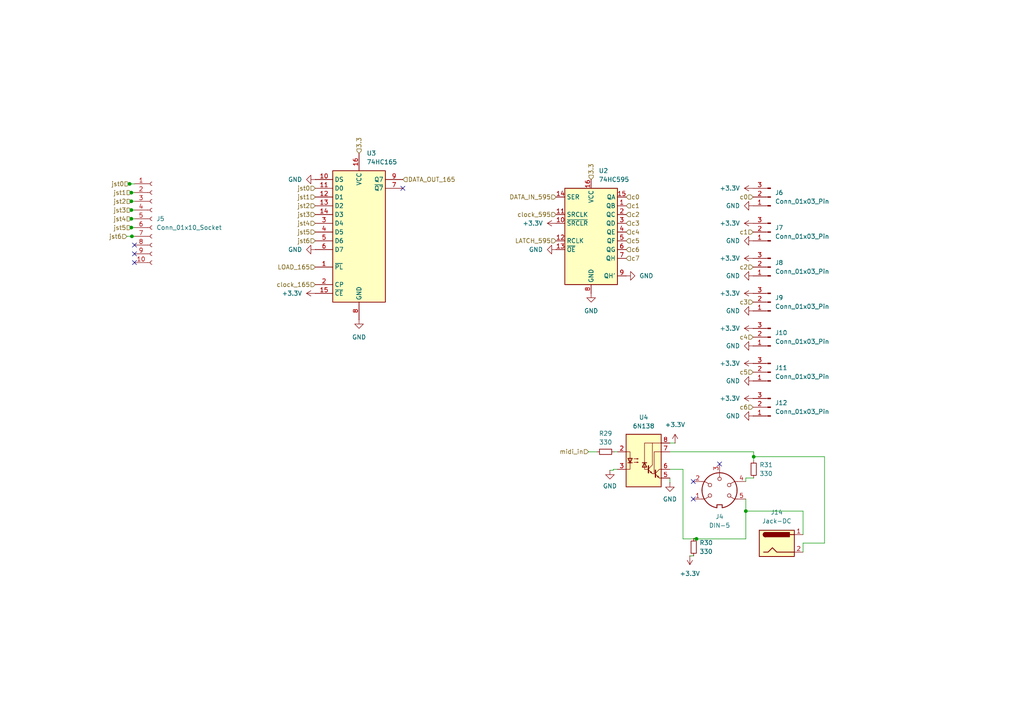
<source format=kicad_sch>
(kicad_sch (version 20231120) (generator "eeschema") (generator_version "8.0")
  (paper "A4")
  (lib_symbols
    (symbol "74xx:74HC165"
      (property "Reference" "U" (at -7.62 19.05 0))
      (property "Value" "74HC165" (at -7.62 -21.59 0))
      (symbol "74HC165_1_0"
        (pin input line (at -12.7 -10.16 0) (length 5.08) (name "~{PL}") (number "1"))
        (pin input line (at -12.7 15.24 0) (length 5.08) (name "DS") (number "10"))
        (pin input line (at -12.7 12.7 0) (length 5.08) (name "D0") (number "11"))
        (pin input line (at -12.7 10.16 0) (length 5.08) (name "D1") (number "12"))
        (pin input line (at -12.7 7.62 0) (length 5.08) (name "D2") (number "13"))
        (pin input line (at -12.7 5.08 0) (length 5.08) (name "D3") (number "14"))
        (pin input line (at -12.7 -17.78 0) (length 5.08) (name "~{CE}") (number "15"))
        (pin power_in line (at 0 22.86 270) (length 5.08) (name "VCC") (number "16"))
        (pin input line (at -12.7 -15.24 0) (length 5.08) (name "CP") (number "2"))
        (pin input line (at -12.7 2.54 0) (length 5.08) (name "D4") (number "3"))
        (pin input line (at -12.7 0 0) (length 5.08) (name "D5") (number "4"))
        (pin input line (at -12.7 -2.54 0) (length 5.08) (name "D6") (number "5"))
        (pin input line (at -12.7 -5.08 0) (length 5.08) (name "D7") (number "6"))
        (pin output line (at 12.7 12.7 180) (length 5.08) (name "~{Q7}") (number "7"))
        (pin power_in line (at 0 -25.4 90) (length 5.08) (name "GND") (number "8"))
        (pin output line (at 12.7 15.24 180) (length 5.08) (name "Q7") (number "9"))
      )
      (symbol "74HC165_1_1"
        (rectangle (start -7.62 17.78) (end 7.62 -20.32) (stroke (width 0.254)) (fill (type background)))
      )
    )
    (symbol "74xx:74HC595"
      (property "Reference" "U" (at -7.62 13.97 0))
      (property "Value" "74HC595" (at -7.62 -16.51 0))
      (symbol "74HC595_1_0"
        (pin tri_state line (at 10.16 7.62 180) (length 2.54) (name "QB") (number "1"))
        (pin input line (at -10.16 2.54 0) (length 2.54) (name "~{SRCLR}") (number "10"))
        (pin input line (at -10.16 5.08 0) (length 2.54) (name "SRCLK") (number "11"))
        (pin input line (at -10.16 -2.54 0) (length 2.54) (name "RCLK") (number "12"))
        (pin input line (at -10.16 -5.08 0) (length 2.54) (name "~{OE}") (number "13"))
        (pin input line (at -10.16 10.16 0) (length 2.54) (name "SER") (number "14"))
        (pin tri_state line (at 10.16 10.16 180) (length 2.54) (name "QA") (number "15"))
        (pin power_in line (at 0 15.24 270) (length 2.54) (name "VCC") (number "16"))
        (pin tri_state line (at 10.16 5.08 180) (length 2.54) (name "QC") (number "2"))
        (pin tri_state line (at 10.16 2.54 180) (length 2.54) (name "QD") (number "3"))
        (pin tri_state line (at 10.16 0 180) (length 2.54) (name "QE") (number "4"))
        (pin tri_state line (at 10.16 -2.54 180) (length 2.54) (name "QF") (number "5"))
        (pin tri_state line (at 10.16 -5.08 180) (length 2.54) (name "QG") (number "6"))
        (pin tri_state line (at 10.16 -7.62 180) (length 2.54) (name "QH") (number "7"))
        (pin power_in line (at 0 -17.78 90) (length 2.54) (name "GND") (number "8"))
        (pin output line (at 10.16 -12.7 180) (length 2.54) (name "QH'") (number "9"))
      )
      (symbol "74HC595_1_1"
        (rectangle (start -7.62 12.7) (end 7.62 -15.24) (stroke (width 0.254)) (fill (type background)))
      )
    )
    (symbol "Connector:Conn_01x03_Pin" (pin_names (offset 1.016) hide)
      (property "Reference" "J" (at 0 5.08 0))
      (property "Value" "Conn_01x03_Pin" (at 0 -5.08 0))
      (symbol "Conn_01x03_Pin_1_1"
        (polyline (pts (xy 1.27 -2.54) (xy 0.8636 -2.54)) (stroke (width 0.1524)))
        (polyline (pts (xy 1.27 0) (xy 0.8636 0)) (stroke (width 0.1524)))
        (polyline (pts (xy 1.27 2.54) (xy 0.8636 2.54)) (stroke (width 0.1524)))
        (rectangle (start 0.8636 -2.413) (end 0 -2.667) (stroke (width 0.1524)) (fill (type outline)))
        (rectangle (start 0.8636 0.127) (end 0 -0.127) (stroke (width 0.1524)) (fill (type outline)))
        (rectangle (start 0.8636 2.667) (end 0 2.413) (stroke (width 0.1524)) (fill (type outline)))
        (pin passive line (at 5.08 2.54 180) (length 3.81) (name "Pin_1") (number "1"))
        (pin passive line (at 5.08 0 180) (length 3.81) (name "Pin_2") (number "2"))
        (pin passive line (at 5.08 -2.54 180) (length 3.81) (name "Pin_3") (number "3"))
      )
    )
    (symbol "Connector:Conn_01x10_Socket" (pin_names (offset 1.016) hide)
      (property "Reference" "J" (at 0 12.7 0))
      (property "Value" "Conn_01x10_Socket" (at 0 -15.24 0))
      (symbol "Conn_01x10_Socket_1_1"
        (arc (start 0 -12.192) (mid -0.5058 -12.7) (end 0 -13.208) (stroke (width 0.1524)))
        (arc (start 0 -9.652) (mid -0.5058 -10.16) (end 0 -10.668) (stroke (width 0.1524)))
        (arc (start 0 -7.112) (mid -0.5058 -7.62) (end 0 -8.128) (stroke (width 0.1524)))
        (arc (start 0 -4.572) (mid -0.5058 -5.08) (end 0 -5.588) (stroke (width 0.1524)))
        (arc (start 0 -2.032) (mid -0.5058 -2.54) (end 0 -3.048) (stroke (width 0.1524)))
        (polyline (pts (xy -1.27 -12.7) (xy -0.508 -12.7)) (stroke (width 0.1524)))
        (polyline (pts (xy -1.27 -10.16) (xy -0.508 -10.16)) (stroke (width 0.1524)))
        (polyline (pts (xy -1.27 -7.62) (xy -0.508 -7.62)) (stroke (width 0.1524)))
        (polyline (pts (xy -1.27 -5.08) (xy -0.508 -5.08)) (stroke (width 0.1524)))
        (polyline (pts (xy -1.27 -2.54) (xy -0.508 -2.54)) (stroke (width 0.1524)))
        (polyline (pts (xy -1.27 0) (xy -0.508 0)) (stroke (width 0.1524)))
        (polyline (pts (xy -1.27 2.54) (xy -0.508 2.54)) (stroke (width 0.1524)))
        (polyline (pts (xy -1.27 5.08) (xy -0.508 5.08)) (stroke (width 0.1524)))
        (polyline (pts (xy -1.27 7.62) (xy -0.508 7.62)) (stroke (width 0.1524)))
        (polyline (pts (xy -1.27 10.16) (xy -0.508 10.16)) (stroke (width 0.1524)))
        (arc (start 0 0.508) (mid -0.5058 0) (end 0 -0.508) (stroke (width 0.1524)))
        (arc (start 0 3.048) (mid -0.5058 2.54) (end 0 2.032) (stroke (width 0.1524)))
        (arc (start 0 5.588) (mid -0.5058 5.08) (end 0 4.572) (stroke (width 0.1524)))
        (arc (start 0 8.128) (mid -0.5058 7.62) (end 0 7.112) (stroke (width 0.1524)))
        (arc (start 0 10.668) (mid -0.5058 10.16) (end 0 9.652) (stroke (width 0.1524)))
        (pin passive line (at -5.08 10.16 0) (length 3.81) (name "Pin_1") (number "1"))
        (pin passive line (at -5.08 -12.7 0) (length 3.81) (name "Pin_10") (number "10"))
        (pin passive line (at -5.08 7.62 0) (length 3.81) (name "Pin_2") (number "2"))
        (pin passive line (at -5.08 5.08 0) (length 3.81) (name "Pin_3") (number "3"))
        (pin passive line (at -5.08 2.54 0) (length 3.81) (name "Pin_4") (number "4"))
        (pin passive line (at -5.08 0 0) (length 3.81) (name "Pin_5") (number "5"))
        (pin passive line (at -5.08 -2.54 0) (length 3.81) (name "Pin_6") (number "6"))
        (pin passive line (at -5.08 -5.08 0) (length 3.81) (name "Pin_7") (number "7"))
        (pin passive line (at -5.08 -7.62 0) (length 3.81) (name "Pin_8") (number "8"))
        (pin passive line (at -5.08 -10.16 0) (length 3.81) (name "Pin_9") (number "9"))
      )
    )
    (symbol "Connector:DIN-5" (pin_names (offset 1.016))
      (property "Reference" "J" (at 3.175 5.715 0))
      (property "Value" "DIN-5" (at 0 -6.35 0))
      (symbol "DIN-5_0_1"
        (arc (start -5.08 0) (mid -3.8609 -3.3364) (end -0.762 -5.08) (stroke (width 0.254)))
        (circle (center -2.794 -1.524) (radius 0.508))
        (circle (center -2.794 1.524) (radius 0.508))
        (polyline (pts (xy 0 5.08) (xy 0 3.81)))
        (polyline (pts (xy -5.08 -2.54) (xy -4.318 -2.54) (xy -3.175 -1.905)))
        (polyline (pts (xy -5.08 2.54) (xy -4.318 2.54) (xy -3.175 1.905)))
        (polyline (pts (xy 5.08 -2.54) (xy 4.318 -2.54) (xy 3.175 -1.905)))
        (polyline (pts (xy 5.08 2.54) (xy 4.318 2.54) (xy 3.175 1.905)))
        (polyline (pts (xy -0.762 -4.953) (xy -0.762 -4.191) (xy 0.762 -4.191) (xy 0.762 -4.953)) (stroke (width 0.254)))
        (circle (center 0 3.302) (radius 0.508))
        (arc (start 0.762 -5.08) (mid 3.8685 -3.343) (end 5.08 0) (stroke (width 0.254)))
        (circle (center 2.794 -1.524) (radius 0.508))
        (circle (center 2.794 1.524) (radius 0.508))
        (arc (start 5.08 0) (mid 0 5.0579) (end -5.08 0) (stroke (width 0.254)))
      )
      (symbol "DIN-5_1_1"
        (pin passive line (at -7.62 -2.54 0) (length 2.54) (name "~") (number "1"))
        (pin passive line (at -7.62 2.54 0) (length 2.54) (name "~") (number "2"))
        (pin passive line (at 0 7.62 270) (length 2.54) (name "~") (number "3"))
        (pin passive line (at 7.62 2.54 180) (length 2.54) (name "~") (number "4"))
        (pin passive line (at 7.62 -2.54 180) (length 2.54) (name "~") (number "5"))
      )
    )
    (symbol "Connector:Jack-DC" (pin_names (offset 1.016))
      (property "Reference" "J" (at 0 5.334 0))
      (property "Value" "Jack-DC" (at 0 -5.08 0))
      (symbol "Jack-DC_0_1"
        (rectangle (start -5.08 3.81) (end 5.08 -3.81) (stroke (width 0.254)) (fill (type background)))
        (arc (start -3.302 3.175) (mid -3.9343 2.54) (end -3.302 1.905) (stroke (width 0.254)))
        (arc (start -3.302 3.175) (mid -3.9343 2.54) (end -3.302 1.905) (stroke (width 0.254)) (fill (type outline)))
        (polyline (pts (xy 5.08 2.54) (xy 3.81 2.54)) (stroke (width 0.254)))
        (polyline (pts (xy -3.81 -2.54) (xy -2.54 -2.54) (xy -1.27 -1.27) (xy 0 -2.54) (xy 2.54 -2.54) (xy 5.08 -2.54)) (stroke (width 0.254)))
        (rectangle (start 3.683 3.175) (end -3.302 1.905) (stroke (width 0.254)) (fill (type outline)))
      )
      (symbol "Jack-DC_1_1"
        (pin passive line (at 7.62 2.54 180) (length 2.54) (name "~") (number "1"))
        (pin passive line (at 7.62 -2.54 180) (length 2.54) (name "~") (number "2"))
      )
    )
    (symbol "Device:R_Small" (pin_numbers hide) (pin_names (offset 0.254) hide)
      (property "Reference" "R" (at 0.762 0.508 0))
      (property "Value" "R_Small" (at 0.762 -1.016 0))
      (symbol "R_Small_0_1"
        (rectangle (start -0.762 1.778) (end 0.762 -1.778) (stroke (width 0.2032)))
      )
      (symbol "R_Small_1_1"
        (pin passive line (at 0 2.54 270) (length 0.762) (name "~") (number "1"))
        (pin passive line (at 0 -2.54 90) (length 0.762) (name "~") (number "2"))
      )
    )
    (symbol "Isolator:6N138" (pin_names (offset 1.016) hide)
      (property "Reference" "U" (at -4.064 8.89 0))
      (property "Value" "6N138" (at 2.286 8.89 0))
      (symbol "6N138_0_1"
        (rectangle (start -5.08 7.62) (end 5.08 -7.62) (stroke (width 0.254)) (fill (type background)))
        (polyline (pts (xy -4.572 -0.635) (xy -3.302 -0.635)) (stroke (width 0.254)))
        (polyline (pts (xy 0.889 -0.635) (xy -0.381 -0.635)) (stroke (width 0.254)))
        (polyline (pts (xy 1.397 -2.667) (xy 2.54 -3.81)))
        (polyline (pts (xy 1.397 -2.413) (xy 2.54 -1.27)))
        (polyline (pts (xy 2.54 -3.81) (xy 3.175 -3.81)))
        (polyline (pts (xy 3.429 -3.937) (xy 4.572 -5.08)))
        (polyline (pts (xy 3.429 -3.683) (xy 4.572 -2.54)))
        (polyline (pts (xy 4.572 -5.08) (xy 5.08 -5.08)))
        (polyline (pts (xy 4.572 -2.54) (xy 5.08 -2.54)))
        (polyline (pts (xy 1.397 -1.524) (xy 1.397 -3.556) (xy 1.397 -3.556)) (stroke (width 0.3556)))
        (polyline (pts (xy 2.54 -1.27) (xy 2.54 5.08) (xy 5.08 5.08)))
        (polyline (pts (xy 3.429 -2.794) (xy 3.429 -4.826) (xy 3.429 -4.826)) (stroke (width 0.3556)))
        (polyline (pts (xy 5.08 2.54) (xy 3.048 2.54) (xy 3.048 -3.81)))
        (polyline (pts (xy -5.08 -2.54) (xy -3.937 -2.54) (xy -3.937 2.54) (xy -5.08 2.54)))
        (polyline (pts (xy -3.937 -0.635) (xy -4.572 0.635) (xy -3.302 0.635) (xy -3.937 -0.635)) (stroke (width 0.254)))
        (polyline (pts (xy 0.254 -0.635) (xy 0.889 -1.905) (xy -0.381 -1.905) (xy 0.254 -0.635)) (stroke (width 0.254)))
        (polyline (pts (xy 1.27 -2.54) (xy 0.254 -2.54) (xy 0.254 5.08) (xy 2.54 5.08)))
        (polyline (pts (xy 2.413 -3.683) (xy 2.159 -3.175) (xy 1.905 -3.429) (xy 2.413 -3.683)))
        (polyline (pts (xy 4.445 -4.953) (xy 4.191 -4.445) (xy 3.937 -4.699) (xy 4.445 -4.953)))
        (polyline (pts (xy -2.794 -0.508) (xy -1.524 -0.508) (xy -1.905 -0.635) (xy -1.905 -0.381) (xy -1.524 -0.508)))
        (polyline (pts (xy -2.794 0.508) (xy -1.524 0.508) (xy -1.905 0.381) (xy -1.905 0.635) (xy -1.524 0.508)))
      )
      (symbol "6N138_1_1"
        (pin no_connect line (at -5.08 5.08 0) (length 2.54) hide (name "NC") (number "1"))
        (pin passive line (at -7.62 2.54 0) (length 2.54) (name "C1") (number "2"))
        (pin passive line (at -7.62 -2.54 0) (length 2.54) (name "C2") (number "3"))
        (pin no_connect line (at -5.08 -5.08 0) (length 2.54) hide (name "NC") (number "4"))
        (pin passive line (at 7.62 -5.08 180) (length 2.54) (name "GND") (number "5"))
        (pin passive line (at 7.62 -2.54 180) (length 2.54) (name "VO2") (number "6"))
        (pin passive line (at 7.62 2.54 180) (length 2.54) (name "VO1") (number "7"))
        (pin passive line (at 7.62 5.08 180) (length 2.54) (name "VCC") (number "8"))
      )
    )
    (symbol "power:+3.3V" (power) (pin_numbers hide) (pin_names (offset 0) hide)
      (property "Value" "+3.3V" (at 0 3.556 0))
      (symbol "+3.3V_0_1"
        (polyline (pts (xy -0.762 1.27) (xy 0 2.54)))
        (polyline (pts (xy 0 0) (xy 0 2.54)))
        (polyline (pts (xy 0 2.54) (xy 0.762 1.27)))
      )
      (symbol "+3.3V_1_1"
        (pin power_in line (at 0 0 90) (length 0) (name "~") (number "1"))
      )
    )
    (symbol "power:GND" (power) (pin_numbers hide) (pin_names (offset 0) hide)
      (property "Value" "GND" (at 0 -3.81 0))
      (symbol "GND_0_1"
        (polyline (pts (xy 0 0) (xy 0 -1.27) (xy 1.27 -1.27) (xy 0 -2.54) (xy -1.27 -1.27) (xy 0 -1.27)))
      )
      (symbol "GND_1_1"
        (pin power_in line (at 0 0 270) (length 0) (name "~") (number "1"))
      )
    )
  )
  (junction (at 38.1 58.38))
  (junction (at 38.1 66))
  (junction (at 38.1 63.46))
  (junction (at 218.6 132.4626))
  (junction (at 38.26 68.54))
  (junction (at 202 156.3))
  (junction (at 38.1 55.88))
  (junction (at 37.6 53.34))
  (junction (at 216.32 148.2405))
  (junction (at 38.1 60.92))
  (no_connect (at 39 71.08))
  (no_connect (at 201.08 139.66))
  (no_connect (at 39 73.62))
  (no_connect (at 39 76.16))
  (no_connect (at 208.7 134.58))
  (no_connect (at 116.84 54.61))
  (no_connect (at 201.08 144.74))
  (wire (pts (xy 36.83 68.58) (xy 36.83 68.54)))
  (wire (pts (xy 38 63.46) (xy 38.1 63.46)))
  (wire (pts (xy 179.06 136.12) (xy 177.9 136.12)))
  (wire (pts (xy 194.3 136.12) (xy 198.1 136.12)))
  (wire (pts (xy 37.6 53.34) (xy 39 53.34)))
  (wire (pts (xy 38.1 55.88) (xy 39 55.84)))
  (wire (pts (xy 178.189 131.04) (xy 178.189 131.0479)))
  (wire (pts (xy 37.7 55.8) (xy 37.7 55.84)))
  (wire (pts (xy 232.92 148.2405) (xy 232.92 155.06)))
  (wire (pts (xy 194.3 138.66) (xy 194.3 140)))
  (wire (pts (xy 200.7 161.2) (xy 201.2 161.2)))
  (wire (pts (xy 38.1 66.04) (xy 38.1 66)))
  (wire (pts (xy 37.8 58.38) (xy 38.1 58.38)))
  (wire (pts (xy 201.2 156.16) (xy 202 156.16)))
  (wire (pts (xy 170.7 131.0479) (xy 170.7 131)))
  (wire (pts (xy 202 156.16) (xy 202 156.3)))
  (wire (pts (xy 173.109 131.0479) (xy 170.7 131.0479)))
  (wire (pts (xy 198.1 156.3) (xy 202 156.3)))
  (wire (pts (xy 218.6 133.56) (xy 218.6 132.4626)))
  (wire (pts (xy 194.3 128.5) (xy 195.8 128.5)))
  (wire (pts (xy 37.6 53.26) (xy 37.6 53.34)))
  (wire (pts (xy 38.26 68.54) (xy 39 68.54)))
  (wire (pts (xy 38.1 55.84) (xy 38.1 55.88)))
  (wire (pts (xy 232.92 157.5217) (xy 239.1444 157.5217)))
  (wire (pts (xy 177.9 136.12) (xy 177.9 136.4)))
  (wire (pts (xy 38.2 68.5) (xy 38.26 68.54)))
  (wire (pts (xy 200.0873 161.2429) (xy 200.7 161.2429)))
  (wire (pts (xy 216.32 148.2405) (xy 216.32 144.74)))
  (wire (pts (xy 38.1 63.5) (xy 38.1 63.46)))
  (wire (pts (xy 218.6 138.64) (xy 216.32 138.64)))
  (wire (pts (xy 37.9 60.92) (xy 38.1 60.92)))
  (wire (pts (xy 38.1 66) (xy 39 66)))
  (wire (pts (xy 216.32 156.3) (xy 216.32 148.2405)))
  (wire (pts (xy 200.7 161.2429) (xy 200.7 161.2)))
  (wire (pts (xy 39 53.3) (xy 39 53.34)))
  (wire (pts (xy 216.32 148.2405) (xy 232.92 148.2405)))
  (wire (pts (xy 36.83 68.54) (xy 38.26 68.54)))
  (wire (pts (xy 232.92 160.14) (xy 232.92 157.5217)))
  (wire (pts (xy 38.1 58.38) (xy 39 58.38)))
  (wire (pts (xy 36.83 53.34) (xy 37.6 53.34)))
  (wire (pts (xy 38.1 58.42) (xy 38.1 58.38)))
  (wire (pts (xy 37.8 58.34) (xy 37.8 58.38)))
  (wire (pts (xy 202 156.3) (xy 216.32 156.3)))
  (wire (pts (xy 201.2 161.2) (xy 201.2 161.24)))
  (wire (pts (xy 176.9 136.4) (xy 177.9 136.4)))
  (wire (pts (xy 38 63.42) (xy 38 63.46)))
  (wire (pts (xy 37.9 60.88) (xy 37.9 60.92)))
  (wire (pts (xy 178.189 131.04) (xy 179.06 131.04)))
  (wire (pts (xy 239.1444 157.5217) (xy 239.1444 132.4626)))
  (wire (pts (xy 216.32 138.64) (xy 216.32 139.66)))
  (wire (pts (xy 194.3 131.04) (xy 218.6 131.04)))
  (wire (pts (xy 38.1 65.96) (xy 38.1 66)))
  (wire (pts (xy 198.1 136.12) (xy 198.1 156.3)))
  (wire (pts (xy 239.1444 132.4626) (xy 218.6 132.4626)))
  (wire (pts (xy 37.7 55.84) (xy 38.1 55.88)))
  (wire (pts (xy 218.6 132.4626) (xy 218.6 131.04)))
  (wire (pts (xy 38.1 63.46) (xy 39 63.46)))
  (wire (pts (xy 38.1 60.96) (xy 38.1 60.92)))
  (wire (pts (xy 38.1 60.92) (xy 39 60.92)))
  (hierarchical_label "jst3" (shape input) (at 38.1 60.96 180))
  (hierarchical_label "midi_in" (shape input) (at 170.7 131 180))
  (hierarchical_label "jst6" (shape input) (at 91.44 69.85 180))
  (hierarchical_label "jst0" (shape input) (at 37.49 53.34 180))
  (hierarchical_label "jst4" (shape input) (at 91.44 64.77 180))
  (hierarchical_label "jst4" (shape input) (at 38.1 63.5 180))
  (hierarchical_label "DATA_IN_595" (shape input) (at 161.29 57.15 180))
  (hierarchical_label "c4" (shape input) (at 218.44 97.79 180))
  (hierarchical_label "clock_595" (shape input) (at 161.29 62.23 180))
  (hierarchical_label "c3" (shape input) (at 181.61 64.77 0))
  (hierarchical_label "c0" (shape input) (at 218.44 57.15 180))
  (hierarchical_label "c6" (shape input) (at 181.61 72.39 0))
  (hierarchical_label "c5" (shape input) (at 181.61 69.85 0))
  (hierarchical_label "c1" (shape input) (at 218.44 67.31 180))
  (hierarchical_label "c3" (shape input) (at 218.44 87.63 180))
  (hierarchical_label "c2" (shape input) (at 181.61 62.23 0))
  (hierarchical_label "jst5" (shape input) (at 38.1 66.04 180))
  (hierarchical_label "c5" (shape input) (at 218.44 107.95 180))
  (hierarchical_label "jst0" (shape input) (at 91.44 54.61 180))
  (hierarchical_label "jst3" (shape input) (at 91.44 62.23 180))
  (hierarchical_label "jst2" (shape input) (at 91.44 59.69 180))
  (hierarchical_label "jst1" (shape input) (at 38.1 55.88 180))
  (hierarchical_label "clock_165" (shape input) (at 91.44 82.55 180))
  (hierarchical_label "jst6" (shape input) (at 36.83 68.58 180))
  (hierarchical_label "jst1" (shape input) (at 91.44 57.15 180))
  (hierarchical_label "LATCH_595" (shape input) (at 161.29 69.85 180))
  (hierarchical_label "3.3" (shape input) (at 104.14 44.45 90))
  (hierarchical_label "LOAD_165" (shape input) (at 91.44 77.47 180))
  (hierarchical_label "c7" (shape input) (at 181.61 74.93 0))
  (hierarchical_label "c1" (shape input) (at 181.61 59.69 0))
  (hierarchical_label "c0" (shape input) (at 181.61 57.15 0))
  (hierarchical_label "c6" (shape input) (at 218.44 118.11 180))
  (hierarchical_label "DATA_OUT_165" (shape input) (at 116.84 52.07 0))
  (hierarchical_label "c2" (shape input) (at 218.44 77.47 180))
  (hierarchical_label "jst5" (shape input) (at 91.44 67.31 180))
  (hierarchical_label "c4" (shape input) (at 181.61 67.31 0))
  (hierarchical_label "jst2" (shape input) (at 38.1 58.42 180))
  (hierarchical_label "3.3" (shape input) (at 171.45 52.07 90))
  (symbol (lib_id "power:+3.3V") (at 218.44 95.25 90) (unit 1)
    (property "Reference" "#PWR046" (effects (hide yes)))
    (property "Value" "+3.3V" (at 214.63 95.2499 90) (effects (justify left)))
    (property "Description" "Power symbol creates a global label with name \"+3.3V\"" (effects (hide yes)))
  )
  (symbol (lib_id "power:GND") (at 91.44 52.07 270) (unit 1)
    (property "Reference" "#PWR035" (effects (hide yes)))
    (property "Value" "GND" (at 87.63 52.0699 90) (effects (justify right)))
    (property "Description" "Power symbol creates a global label with name \"GND\" , ground" (effects (hide yes)))
  )
  (symbol (lib_id "power:GND") (at 181.61 80.01 90) (unit 1)
    (property "Reference" "#PWR036" (effects (hide yes)))
    (property "Value" "GND" (at 185.42 80.0099 90) (effects (justify right)))
    (property "Description" "Power symbol creates a global label with name \"GND\" , ground" (effects (hide yes)))
  )
  (symbol (lib_id "74xx:74HC165") (at 104.14 67.31 0) (unit 1)
    (property "Reference" "U3" (at 106.3341 44.45 0) (effects (justify left)))
    (property "Value" "74HC165" (at 106.3341 46.99 0) (effects (justify left)))
    (property "Footprint" "Package_SO:SOIC-16_3.9x9.9mm_P1.27mm" (effects (hide yes)))
    (property "Datasheet" "https://assets.nexperia.com/documents/data-sheet/74HC_HCT165.pdf" (effects (hide yes)))
    (property "Description" "Shift Register, 8-bit, Parallel Load" (effects (hide yes)))
  )
  (symbol (lib_id "Connector:Conn_01x03_Pin") (at 223.52 77.47 180) (unit 1)
    (property "Reference" "J8" (at 224.79 76.1999 0) (effects (justify right)))
    (property "Value" "Conn_01x03_Pin" (at 224.79 78.7399 0) (effects (justify right)))
    (property "Footprint" "Connector_JST:JST_EH_B3B-EH-A_1x03_P2.50mm_Vertical" (effects (hide yes)))
    (property "Description" "Generic connector, single row, 01x03, script generated" (effects (hide yes)))
  )
  (symbol (lib_id "Connector:Conn_01x03_Pin") (at 223.52 118.11 180) (unit 1)
    (property "Reference" "J12" (at 224.79 116.8399 0) (effects (justify right)))
    (property "Value" "Conn_01x03_Pin" (at 224.79 119.3799 0) (effects (justify right)))
    (property "Footprint" "Connector_JST:JST_EH_B3B-EH-A_1x03_P2.50mm_Vertical" (effects (hide yes)))
    (property "Description" "Generic connector, single row, 01x03, script generated" (effects (hide yes)))
  )
  (symbol (lib_id "power:GND") (at 194.3 140 0) (unit 1)
    (property "Reference" "#PWR074" (effects (hide yes)))
    (property "Value" "GND" (at 194.3 144.78 0))
    (property "Description" "Power symbol creates a global label with name \"GND\" , ground" (effects (hide yes)))
  )
  (symbol (lib_id "Device:R_Small") (at 218.6 136.1 180) (unit 1)
    (property "Reference" "R31" (at 220.27 134.8299 0) (effects (justify right)))
    (property "Value" "330" (at 220.27 137.3699 0) (effects (justify right)))
    (property "Footprint" "Resistor_SMD:R_0402_1005Metric" (effects (hide yes)))
    (property "Description" "Resistor, small symbol" (effects (hide yes)))
  )
  (symbol (lib_id "Connector:Conn_01x03_Pin") (at 223.52 57.15 180) (unit 1)
    (property "Reference" "J6" (at 224.79 55.8799 0) (effects (justify right)))
    (property "Value" "Conn_01x03_Pin" (at 224.79 58.4199 0) (effects (justify right)))
    (property "Footprint" "Connector_JST:JST_EH_B3B-EH-A_1x03_P2.50mm_Vertical" (effects (hide yes)))
    (property "Description" "Generic connector, single row, 01x03, script generated" (effects (hide yes)))
  )
  (symbol (lib_id "power:GND") (at 218.44 80.01 270) (unit 1)
    (property "Reference" "#PWR043" (effects (hide yes)))
    (property "Value" "GND" (at 214.63 80.0099 90) (effects (justify right)))
    (property "Description" "Power symbol creates a global label with name \"GND\" , ground" (effects (hide yes)))
  )
  (symbol (lib_id "power:+3.3V") (at 161.29 64.77 90) (unit 1)
    (property "Reference" "#PWR058" (effects (hide yes)))
    (property "Value" "+3.3V" (at 157.48 64.7699 90) (effects (justify left)))
    (property "Description" "Power symbol creates a global label with name \"+3.3V\"" (effects (hide yes)))
  )
  (symbol (lib_id "power:+3.3V") (at 218.44 74.93 90) (unit 1)
    (property "Reference" "#PWR042" (effects (hide yes)))
    (property "Value" "+3.3V" (at 214.63 74.9299 90) (effects (justify left)))
    (property "Description" "Power symbol creates a global label with name \"+3.3V\"" (effects (hide yes)))
  )
  (symbol (lib_id "power:GND") (at 218.44 59.69 270) (unit 1)
    (property "Reference" "#PWR039" (effects (hide yes)))
    (property "Value" "GND" (at 214.63 59.6899 90) (effects (justify right)))
    (property "Description" "Power symbol creates a global label with name \"GND\" , ground" (effects (hide yes)))
  )
  (symbol (lib_id "Connector:DIN-5") (at 208.7 142.2 0) (unit 1)
    (property "Reference" "J4" (at 208.7001 149.86 0))
    (property "Value" "DIN-5" (at 208.7001 152.4 0))
    (property "Footprint" "Connector_PinHeader_2.54mm:PinHeader_1x05_P2.54mm_Vertical" (effects (hide yes)))
    (property "Datasheet" "http://www.mouser.com/ds/2/18/40_c091_abd_e-75918.pdf" (effects (hide yes)))
    (property "Description" "5-pin DIN connector" (effects (hide yes)))
  )
  (symbol (lib_id "Connector:Conn_01x03_Pin") (at 223.52 107.95 180) (unit 1)
    (property "Reference" "J11" (at 224.79 106.6799 0) (effects (justify right)))
    (property "Value" "Conn_01x03_Pin" (at 224.79 109.2199 0) (effects (justify right)))
    (property "Footprint" "Connector_JST:JST_EH_B3B-EH-A_1x03_P2.50mm_Vertical" (effects (hide yes)))
    (property "Description" "Generic connector, single row, 01x03, script generated" (effects (hide yes)))
  )
  (symbol (lib_id "power:+3.3V") (at 218.44 105.41 90) (unit 1)
    (property "Reference" "#PWR048" (effects (hide yes)))
    (property "Value" "+3.3V" (at 214.63 105.4099 90) (effects (justify left)))
    (property "Description" "Power symbol creates a global label with name \"+3.3V\"" (effects (hide yes)))
  )
  (symbol (lib_id "power:+3.3V") (at 218.44 115.57 90) (unit 1)
    (property "Reference" "#PWR050" (effects (hide yes)))
    (property "Value" "+3.3V" (at 214.63 115.5699 90) (effects (justify left)))
    (property "Description" "Power symbol creates a global label with name \"+3.3V\"" (effects (hide yes)))
  )
  (symbol (lib_id "power:GND") (at 176.9 136.4 0) (unit 1)
    (property "Reference" "#PWR078" (effects (hide yes)))
    (property "Value" "GND" (at 176.9 140.97 0))
    (property "Description" "Power symbol creates a global label with name \"GND\" , ground" (effects (hide yes)))
  )
  (symbol (lib_id "power:+3.3V") (at 91.44 85.09 90) (unit 1)
    (property "Reference" "#PWR032" (effects (hide yes)))
    (property "Value" "+3.3V" (at 87.63 85.0899 90) (effects (justify left)))
    (property "Description" "Power symbol creates a global label with name \"+3.3V\"" (effects (hide yes)))
  )
  (symbol (lib_id "Connector:Conn_01x03_Pin") (at 223.52 67.31 180) (unit 1)
    (property "Reference" "J7" (at 224.79 66.0399 0) (effects (justify right)))
    (property "Value" "Conn_01x03_Pin" (at 224.79 68.5799 0) (effects (justify right)))
    (property "Footprint" "Connector_JST:JST_EH_B3B-EH-A_1x03_P2.50mm_Vertical" (effects (hide yes)))
    (property "Description" "Generic connector, single row, 01x03, script generated" (effects (hide yes)))
  )
  (symbol (lib_id "power:GND") (at 218.44 69.85 270) (unit 1)
    (property "Reference" "#PWR041" (effects (hide yes)))
    (property "Value" "GND" (at 214.63 69.8499 90) (effects (justify right)))
    (property "Description" "Power symbol creates a global label with name \"GND\" , ground" (effects (hide yes)))
  )
  (symbol (lib_id "Isolator:6N138") (at 186.68 133.58 0) (unit 1)
    (property "Reference" "U4" (at 186.68 121.05 0))
    (property "Value" "6N138" (at 186.68 123.59 0))
    (property "Footprint" "Package_DIP:DIP-8_W7.62mm_LongPads" (effects (hide yes)))
    (property "Datasheet" "http://www.onsemi.com/pub/Collateral/HCPL2731-D.pdf" (effects (hide yes)))
    (property "Description" "Low Input Current high Gain Split Darlington Optocouplers, -0.5V to 7V VDD, DIP-8" (effects (hide yes)))
  )
  (symbol (lib_id "Connector:Conn_01x10_Socket") (at 44.08 63.46 0) (unit 1)
    (property "Reference" "J5" (at 45.35 63.4599 0) (effects (justify left)))
    (property "Value" "Conn_01x10_Socket" (at 45.35 65.9999 0) (effects (justify left)))
    (property "Footprint" "Library:Skedd connector x10" (effects (hide yes)))
    (property "Description" "Generic connector, single row, 01x10, script generated" (effects (hide yes)))
  )
  (symbol (lib_id "power:+3.3V") (at 218.44 85.09 90) (unit 1)
    (property "Reference" "#PWR044" (effects (hide yes)))
    (property "Value" "+3.3V" (at 214.63 85.0899 90) (effects (justify left)))
    (property "Description" "Power symbol creates a global label with name \"+3.3V\"" (effects (hide yes)))
  )
  (symbol (lib_id "Connector:Conn_01x03_Pin") (at 223.52 87.63 180) (unit 1)
    (property "Reference" "J9" (at 224.79 86.3599 0) (effects (justify right)))
    (property "Value" "Conn_01x03_Pin" (at 224.79 88.8999 0) (effects (justify right)))
    (property "Footprint" "Connector_JST:JST_EH_B3B-EH-A_1x03_P2.50mm_Vertical" (effects (hide yes)))
    (property "Description" "Generic connector, single row, 01x03, script generated" (effects (hide yes)))
  )
  (symbol (lib_id "power:GND") (at 218.44 100.33 270) (unit 1)
    (property "Reference" "#PWR047" (effects (hide yes)))
    (property "Value" "GND" (at 214.63 100.3299 90) (effects (justify right)))
    (property "Description" "Power symbol creates a global label with name \"GND\" , ground" (effects (hide yes)))
  )
  (symbol (lib_id "power:+3.3V") (at 200.0873 161.2429 180) (unit 1)
    (property "Reference" "#PWR079" (effects (hide yes)))
    (property "Value" "+3.3V" (at 200.0873 166.37 0))
    (property "Description" "Power symbol creates a global label with name \"+3.3V\"" (effects (hide yes)))
  )
  (symbol (lib_id "74xx:74HC595") (at 171.45 67.31 0) (unit 1)
    (property "Reference" "U2" (at 173.6441 49.53 0) (effects (justify left)))
    (property "Value" "74HC595" (at 173.6441 52.07 0) (effects (justify left)))
    (property "Footprint" "Package_SO:SOIC-16_3.9x9.9mm_P1.27mm" (effects (hide yes)))
    (property "Datasheet" "http://www.ti.com/lit/ds/symlink/sn74hc595.pdf" (effects (hide yes)))
    (property "Description" "8-bit serial in/out Shift Register 3-State Outputs" (effects (hide yes)))
  )
  (symbol (lib_id "power:GND") (at 104.14 92.71 0) (unit 1)
    (property "Reference" "#PWR034" (effects (hide yes)))
    (property "Value" "GND" (at 104.14 97.79 0))
    (property "Description" "Power symbol creates a global label with name \"GND\" , ground" (effects (hide yes)))
  )
  (symbol (lib_id "Connector:Conn_01x03_Pin") (at 223.52 97.79 180) (unit 1)
    (property "Reference" "J10" (at 224.79 96.5199 0) (effects (justify right)))
    (property "Value" "Conn_01x03_Pin" (at 224.79 99.0599 0) (effects (justify right)))
    (property "Footprint" "Connector_JST:JST_EH_B3B-EH-A_1x03_P2.50mm_Vertical" (effects (hide yes)))
    (property "Description" "Generic connector, single row, 01x03, script generated" (effects (hide yes)))
  )
  (symbol (lib_id "power:GND") (at 218.44 110.49 270) (unit 1)
    (property "Reference" "#PWR049" (effects (hide yes)))
    (property "Value" "GND" (at 214.63 110.4899 90) (effects (justify right)))
    (property "Description" "Power symbol creates a global label with name \"GND\" , ground" (effects (hide yes)))
  )
  (symbol (lib_id "Device:R_Small") (at 175.649 131.0479 90) (unit 1)
    (property "Reference" "R29" (at 175.649 125.73 90))
    (property "Value" "330" (at 175.649 128.27 90))
    (property "Footprint" "Resistor_SMD:R_0402_1005Metric" (effects (hide yes)))
    (property "Description" "Resistor, small symbol" (effects (hide yes)))
  )
  (symbol (lib_id "power:GND") (at 161.29 72.39 270) (unit 1)
    (property "Reference" "#PWR059" (effects (hide yes)))
    (property "Value" "GND" (at 157.48 72.3899 90) (effects (justify right)))
    (property "Description" "Power symbol creates a global label with name \"GND\" , ground" (effects (hide yes)))
  )
  (symbol (lib_id "power:GND") (at 91.44 72.39 270) (unit 1)
    (property "Reference" "#PWR033" (effects (hide yes)))
    (property "Value" "GND" (at 87.63 72.3899 90) (effects (justify right)))
    (property "Description" "Power symbol creates a global label with name \"GND\" , ground" (effects (hide yes)))
  )
  (symbol (lib_id "power:+3.3V") (at 218.44 64.77 90) (unit 1)
    (property "Reference" "#PWR040" (effects (hide yes)))
    (property "Value" "+3.3V" (at 214.63 64.7699 90) (effects (justify left)))
    (property "Description" "Power symbol creates a global label with name \"+3.3V\"" (effects (hide yes)))
  )
  (symbol (lib_id "Connector:Jack-DC") (at 225.3 157.6 0) (unit 1)
    (property "Reference" "J14" (at 225.3 148.59 0))
    (property "Value" "Jack-DC" (at 225.3 151.13 0))
    (property "Footprint" "Connector_Audio:Jack_3.5mm_CUI_SJ-3523-SMT_Horizontal" (effects (hide yes)))
    (property "Description" "DC Barrel Jack" (effects (hide yes)))
  )
  (symbol (lib_id "Device:R_Small") (at 201.2 158.7 180) (unit 1)
    (property "Reference" "R30" (at 202.87 157.4299 0) (effects (justify right)))
    (property "Value" "330" (at 202.87 159.9699 0) (effects (justify right)))
    (property "Footprint" "Resistor_SMD:R_0402_1005Metric" (effects (hide yes)))
    (property "Description" "Resistor, small symbol" (effects (hide yes)))
  )
  (symbol (lib_id "power:GND") (at 218.44 90.17 270) (unit 1)
    (property "Reference" "#PWR045" (effects (hide yes)))
    (property "Value" "GND" (at 214.63 90.1699 90) (effects (justify right)))
    (property "Description" "Power symbol creates a global label with name \"GND\" , ground" (effects (hide yes)))
  )
  (symbol (lib_id "power:GND") (at 218.44 120.65 270) (unit 1)
    (property "Reference" "#PWR051" (effects (hide yes)))
    (property "Value" "GND" (at 214.63 120.6499 90) (effects (justify right)))
    (property "Description" "Power symbol creates a global label with name \"GND\" , ground" (effects (hide yes)))
  )
  (symbol (lib_id "power:GND") (at 171.45 85.09 0) (unit 1)
    (property "Reference" "#PWR060" (effects (hide yes)))
    (property "Value" "GND" (at 171.45 90.17 0))
    (property "Description" "Power symbol creates a global label with name \"GND\" , ground" (effects (hide yes)))
  )
  (symbol (lib_id "power:+3.3V") (at 218.44 54.61 90) (unit 1)
    (property "Reference" "#PWR038" (effects (hide yes)))
    (property "Value" "+3.3V" (at 214.63 54.6099 90) (effects (justify left)))
    (property "Description" "Power symbol creates a global label with name \"+3.3V\"" (effects (hide yes)))
  )
  (symbol (lib_id "power:+3.3V") (at 195.8 128.5 0) (unit 1)
    (property "Reference" "#PWR075" (effects (hide yes)))
    (property "Value" "+3.3V" (at 195.8 123.19 0))
    (property "Description" "Power symbol creates a global label with name \"+3.3V\"" (effects (hide yes)))
  )
)
</source>
